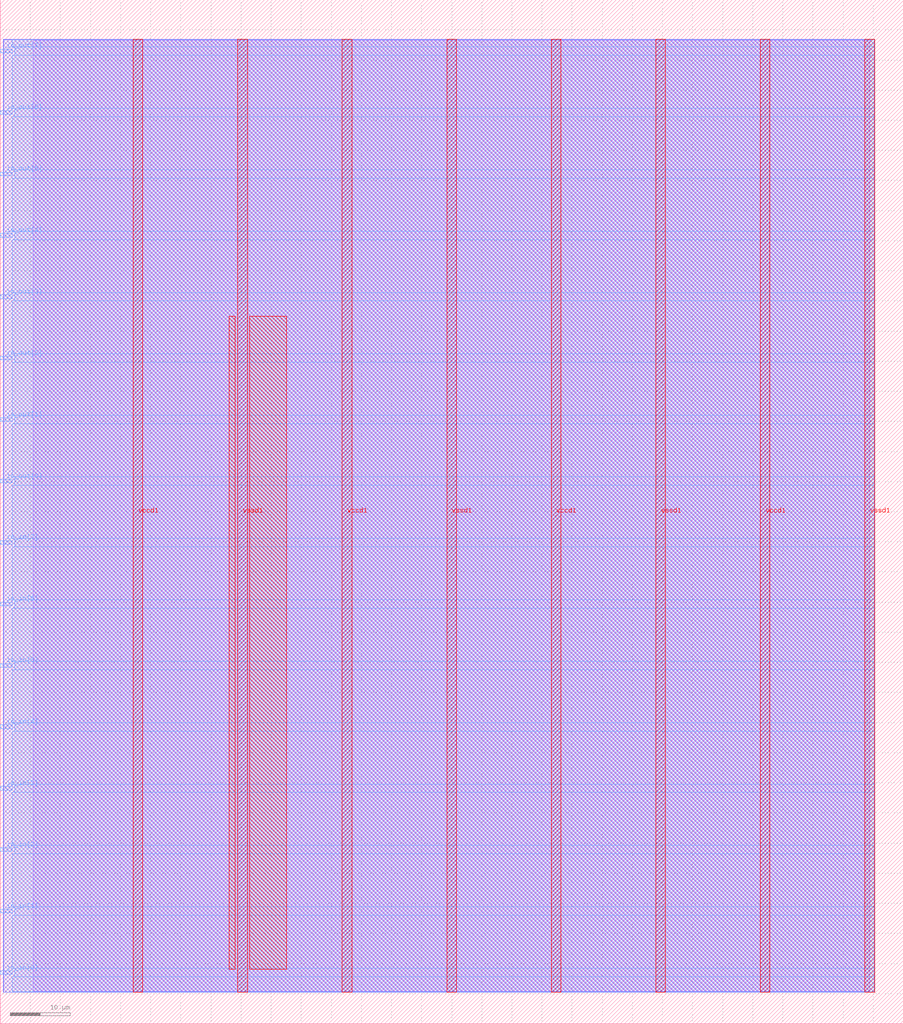
<source format=lef>
VERSION 5.7 ;
  NOWIREEXTENSIONATPIN ON ;
  DIVIDERCHAR "/" ;
  BUSBITCHARS "[]" ;
MACRO tiny_bnn
  CLASS BLOCK ;
  FOREIGN tiny_bnn ;
  ORIGIN 0.000 0.000 ;
  SIZE 150.000 BY 170.000 ;
  PIN io_in[0]
    DIRECTION INPUT ;
    USE SIGNAL ;
    PORT
      LAYER met3 ;
        RECT 0.000 8.200 2.000 8.800 ;
    END
  END io_in[0]
  PIN io_in[1]
    DIRECTION INPUT ;
    USE SIGNAL ;
    PORT
      LAYER met3 ;
        RECT 0.000 18.400 2.000 19.000 ;
    END
  END io_in[1]
  PIN io_in[2]
    DIRECTION INPUT ;
    USE SIGNAL ;
    PORT
      LAYER met3 ;
        RECT 0.000 28.600 2.000 29.200 ;
    END
  END io_in[2]
  PIN io_in[3]
    DIRECTION INPUT ;
    USE SIGNAL ;
    PORT
      LAYER met3 ;
        RECT 0.000 38.800 2.000 39.400 ;
    END
  END io_in[3]
  PIN io_in[4]
    DIRECTION INPUT ;
    USE SIGNAL ;
    PORT
      LAYER met3 ;
        RECT 0.000 49.000 2.000 49.600 ;
    END
  END io_in[4]
  PIN io_in[5]
    DIRECTION INPUT ;
    USE SIGNAL ;
    PORT
      LAYER met3 ;
        RECT 0.000 59.200 2.000 59.800 ;
    END
  END io_in[5]
  PIN io_in[6]
    DIRECTION INPUT ;
    USE SIGNAL ;
    PORT
      LAYER met3 ;
        RECT 0.000 69.400 2.000 70.000 ;
    END
  END io_in[6]
  PIN io_in[7]
    DIRECTION INPUT ;
    USE SIGNAL ;
    PORT
      LAYER met3 ;
        RECT 0.000 79.600 2.000 80.200 ;
    END
  END io_in[7]
  PIN io_out[0]
    DIRECTION OUTPUT TRISTATE ;
    USE SIGNAL ;
    PORT
      LAYER met3 ;
        RECT 0.000 89.800 2.000 90.400 ;
    END
  END io_out[0]
  PIN io_out[1]
    DIRECTION OUTPUT TRISTATE ;
    USE SIGNAL ;
    PORT
      LAYER met3 ;
        RECT 0.000 100.000 2.000 100.600 ;
    END
  END io_out[1]
  PIN io_out[2]
    DIRECTION OUTPUT TRISTATE ;
    USE SIGNAL ;
    PORT
      LAYER met3 ;
        RECT 0.000 110.200 2.000 110.800 ;
    END
  END io_out[2]
  PIN io_out[3]
    DIRECTION OUTPUT TRISTATE ;
    USE SIGNAL ;
    PORT
      LAYER met3 ;
        RECT 0.000 120.400 2.000 121.000 ;
    END
  END io_out[3]
  PIN io_out[4]
    DIRECTION OUTPUT TRISTATE ;
    USE SIGNAL ;
    PORT
      LAYER met3 ;
        RECT 0.000 130.600 2.000 131.200 ;
    END
  END io_out[4]
  PIN io_out[5]
    DIRECTION OUTPUT TRISTATE ;
    USE SIGNAL ;
    PORT
      LAYER met3 ;
        RECT 0.000 140.800 2.000 141.400 ;
    END
  END io_out[5]
  PIN io_out[6]
    DIRECTION OUTPUT TRISTATE ;
    USE SIGNAL ;
    PORT
      LAYER met3 ;
        RECT 0.000 151.000 2.000 151.600 ;
    END
  END io_out[6]
  PIN io_out[7]
    DIRECTION OUTPUT TRISTATE ;
    USE SIGNAL ;
    PORT
      LAYER met3 ;
        RECT 0.000 161.200 2.000 161.800 ;
    END
  END io_out[7]
  PIN vccd1
    DIRECTION INOUT ;
    USE POWER ;
    PORT
      LAYER met4 ;
        RECT 22.085 5.200 23.685 163.440 ;
    END
    PORT
      LAYER met4 ;
        RECT 56.815 5.200 58.415 163.440 ;
    END
    PORT
      LAYER met4 ;
        RECT 91.545 5.200 93.145 163.440 ;
    END
    PORT
      LAYER met4 ;
        RECT 126.275 5.200 127.875 163.440 ;
    END
  END vccd1
  PIN vssd1
    DIRECTION INOUT ;
    USE GROUND ;
    PORT
      LAYER met4 ;
        RECT 39.450 5.200 41.050 163.440 ;
    END
    PORT
      LAYER met4 ;
        RECT 74.180 5.200 75.780 163.440 ;
    END
    PORT
      LAYER met4 ;
        RECT 108.910 5.200 110.510 163.440 ;
    END
    PORT
      LAYER met4 ;
        RECT 143.640 5.200 145.240 163.440 ;
    END
  END vssd1
  OBS
      LAYER li1 ;
        RECT 5.520 5.355 144.440 163.285 ;
      LAYER met1 ;
        RECT 0.530 5.200 145.240 163.440 ;
      LAYER met2 ;
        RECT 0.560 5.255 145.210 163.385 ;
      LAYER met3 ;
        RECT 2.000 162.200 145.230 163.365 ;
        RECT 2.400 160.800 145.230 162.200 ;
        RECT 2.000 152.000 145.230 160.800 ;
        RECT 2.400 150.600 145.230 152.000 ;
        RECT 2.000 141.800 145.230 150.600 ;
        RECT 2.400 140.400 145.230 141.800 ;
        RECT 2.000 131.600 145.230 140.400 ;
        RECT 2.400 130.200 145.230 131.600 ;
        RECT 2.000 121.400 145.230 130.200 ;
        RECT 2.400 120.000 145.230 121.400 ;
        RECT 2.000 111.200 145.230 120.000 ;
        RECT 2.400 109.800 145.230 111.200 ;
        RECT 2.000 101.000 145.230 109.800 ;
        RECT 2.400 99.600 145.230 101.000 ;
        RECT 2.000 90.800 145.230 99.600 ;
        RECT 2.400 89.400 145.230 90.800 ;
        RECT 2.000 80.600 145.230 89.400 ;
        RECT 2.400 79.200 145.230 80.600 ;
        RECT 2.000 70.400 145.230 79.200 ;
        RECT 2.400 69.000 145.230 70.400 ;
        RECT 2.000 60.200 145.230 69.000 ;
        RECT 2.400 58.800 145.230 60.200 ;
        RECT 2.000 50.000 145.230 58.800 ;
        RECT 2.400 48.600 145.230 50.000 ;
        RECT 2.000 39.800 145.230 48.600 ;
        RECT 2.400 38.400 145.230 39.800 ;
        RECT 2.000 29.600 145.230 38.400 ;
        RECT 2.400 28.200 145.230 29.600 ;
        RECT 2.000 19.400 145.230 28.200 ;
        RECT 2.400 18.000 145.230 19.400 ;
        RECT 2.000 9.200 145.230 18.000 ;
        RECT 2.400 7.800 145.230 9.200 ;
        RECT 2.000 5.275 145.230 7.800 ;
      LAYER met4 ;
        RECT 38.015 9.015 39.050 117.465 ;
        RECT 41.450 9.015 47.545 117.465 ;
  END
END tiny_bnn
END LIBRARY


</source>
